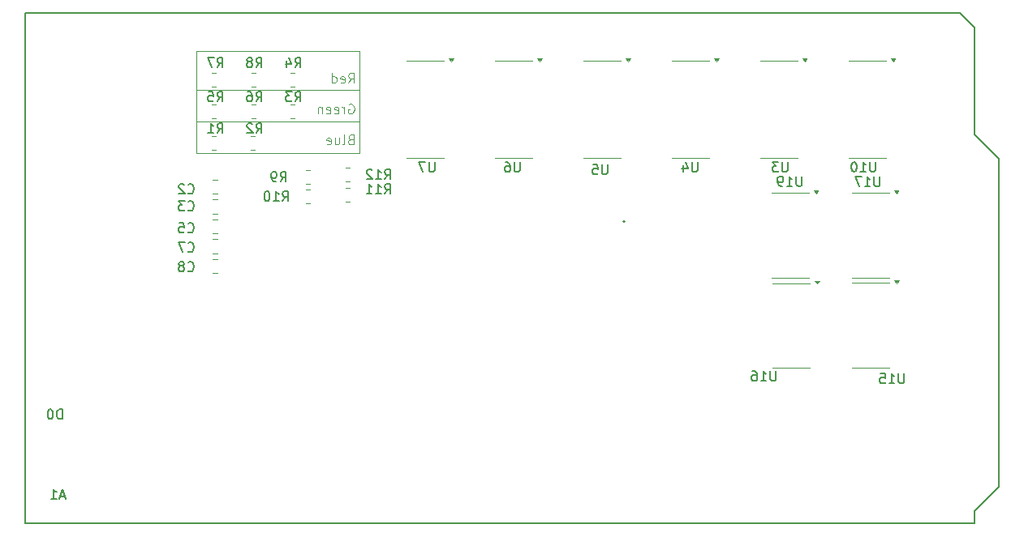
<source format=gbr>
%TF.GenerationSoftware,KiCad,Pcbnew,8.0.4+dfsg-1*%
%TF.CreationDate,2024-12-19T01:54:21-05:00*%
%TF.ProjectId,VGA_SRAM_Shield,5647415f-5352-4414-9d5f-536869656c64,rev?*%
%TF.SameCoordinates,Original*%
%TF.FileFunction,Legend,Bot*%
%TF.FilePolarity,Positive*%
%FSLAX46Y46*%
G04 Gerber Fmt 4.6, Leading zero omitted, Abs format (unit mm)*
G04 Created by KiCad (PCBNEW 8.0.4+dfsg-1) date 2024-12-19 01:54:21*
%MOMM*%
%LPD*%
G01*
G04 APERTURE LIST*
%ADD10C,0.100000*%
%ADD11C,0.150000*%
%ADD12C,0.120000*%
G04 APERTURE END LIST*
D10*
X45466000Y-142494000D02*
X62484000Y-142494000D01*
X62484000Y-145796000D01*
X45466000Y-145796000D01*
X45466000Y-142494000D01*
X45466000Y-135128000D02*
X62484000Y-135128000D01*
X62484000Y-139192000D01*
X45466000Y-139192000D01*
X45466000Y-135128000D01*
X45466000Y-139192000D02*
X62484000Y-139192000D01*
X62484000Y-142494000D01*
X45466000Y-142494000D01*
X45466000Y-139192000D01*
X61354687Y-138466643D02*
X61688020Y-137990452D01*
X61926115Y-138466643D02*
X61926115Y-137466643D01*
X61926115Y-137466643D02*
X61545163Y-137466643D01*
X61545163Y-137466643D02*
X61449925Y-137514262D01*
X61449925Y-137514262D02*
X61402306Y-137561881D01*
X61402306Y-137561881D02*
X61354687Y-137657119D01*
X61354687Y-137657119D02*
X61354687Y-137799976D01*
X61354687Y-137799976D02*
X61402306Y-137895214D01*
X61402306Y-137895214D02*
X61449925Y-137942833D01*
X61449925Y-137942833D02*
X61545163Y-137990452D01*
X61545163Y-137990452D02*
X61926115Y-137990452D01*
X60545163Y-138419024D02*
X60640401Y-138466643D01*
X60640401Y-138466643D02*
X60830877Y-138466643D01*
X60830877Y-138466643D02*
X60926115Y-138419024D01*
X60926115Y-138419024D02*
X60973734Y-138323785D01*
X60973734Y-138323785D02*
X60973734Y-137942833D01*
X60973734Y-137942833D02*
X60926115Y-137847595D01*
X60926115Y-137847595D02*
X60830877Y-137799976D01*
X60830877Y-137799976D02*
X60640401Y-137799976D01*
X60640401Y-137799976D02*
X60545163Y-137847595D01*
X60545163Y-137847595D02*
X60497544Y-137942833D01*
X60497544Y-137942833D02*
X60497544Y-138038071D01*
X60497544Y-138038071D02*
X60973734Y-138133309D01*
X59640401Y-138466643D02*
X59640401Y-137466643D01*
X59640401Y-138419024D02*
X59735639Y-138466643D01*
X59735639Y-138466643D02*
X59926115Y-138466643D01*
X59926115Y-138466643D02*
X60021353Y-138419024D01*
X60021353Y-138419024D02*
X60068972Y-138371404D01*
X60068972Y-138371404D02*
X60116591Y-138276166D01*
X60116591Y-138276166D02*
X60116591Y-137990452D01*
X60116591Y-137990452D02*
X60068972Y-137895214D01*
X60068972Y-137895214D02*
X60021353Y-137847595D01*
X60021353Y-137847595D02*
X59926115Y-137799976D01*
X59926115Y-137799976D02*
X59735639Y-137799976D01*
X59735639Y-137799976D02*
X59640401Y-137847595D01*
X61402306Y-140734150D02*
X61497544Y-140686531D01*
X61497544Y-140686531D02*
X61640401Y-140686531D01*
X61640401Y-140686531D02*
X61783258Y-140734150D01*
X61783258Y-140734150D02*
X61878496Y-140829388D01*
X61878496Y-140829388D02*
X61926115Y-140924626D01*
X61926115Y-140924626D02*
X61973734Y-141115102D01*
X61973734Y-141115102D02*
X61973734Y-141257959D01*
X61973734Y-141257959D02*
X61926115Y-141448435D01*
X61926115Y-141448435D02*
X61878496Y-141543673D01*
X61878496Y-141543673D02*
X61783258Y-141638912D01*
X61783258Y-141638912D02*
X61640401Y-141686531D01*
X61640401Y-141686531D02*
X61545163Y-141686531D01*
X61545163Y-141686531D02*
X61402306Y-141638912D01*
X61402306Y-141638912D02*
X61354687Y-141591292D01*
X61354687Y-141591292D02*
X61354687Y-141257959D01*
X61354687Y-141257959D02*
X61545163Y-141257959D01*
X60926115Y-141686531D02*
X60926115Y-141019864D01*
X60926115Y-141210340D02*
X60878496Y-141115102D01*
X60878496Y-141115102D02*
X60830877Y-141067483D01*
X60830877Y-141067483D02*
X60735639Y-141019864D01*
X60735639Y-141019864D02*
X60640401Y-141019864D01*
X59926115Y-141638912D02*
X60021353Y-141686531D01*
X60021353Y-141686531D02*
X60211829Y-141686531D01*
X60211829Y-141686531D02*
X60307067Y-141638912D01*
X60307067Y-141638912D02*
X60354686Y-141543673D01*
X60354686Y-141543673D02*
X60354686Y-141162721D01*
X60354686Y-141162721D02*
X60307067Y-141067483D01*
X60307067Y-141067483D02*
X60211829Y-141019864D01*
X60211829Y-141019864D02*
X60021353Y-141019864D01*
X60021353Y-141019864D02*
X59926115Y-141067483D01*
X59926115Y-141067483D02*
X59878496Y-141162721D01*
X59878496Y-141162721D02*
X59878496Y-141257959D01*
X59878496Y-141257959D02*
X60354686Y-141353197D01*
X59068972Y-141638912D02*
X59164210Y-141686531D01*
X59164210Y-141686531D02*
X59354686Y-141686531D01*
X59354686Y-141686531D02*
X59449924Y-141638912D01*
X59449924Y-141638912D02*
X59497543Y-141543673D01*
X59497543Y-141543673D02*
X59497543Y-141162721D01*
X59497543Y-141162721D02*
X59449924Y-141067483D01*
X59449924Y-141067483D02*
X59354686Y-141019864D01*
X59354686Y-141019864D02*
X59164210Y-141019864D01*
X59164210Y-141019864D02*
X59068972Y-141067483D01*
X59068972Y-141067483D02*
X59021353Y-141162721D01*
X59021353Y-141162721D02*
X59021353Y-141257959D01*
X59021353Y-141257959D02*
X59497543Y-141353197D01*
X58592781Y-141019864D02*
X58592781Y-141686531D01*
X58592781Y-141115102D02*
X58545162Y-141067483D01*
X58545162Y-141067483D02*
X58449924Y-141019864D01*
X58449924Y-141019864D02*
X58307067Y-141019864D01*
X58307067Y-141019864D02*
X58211829Y-141067483D01*
X58211829Y-141067483D02*
X58164210Y-141162721D01*
X58164210Y-141162721D02*
X58164210Y-141686531D01*
X61592782Y-144382609D02*
X61449925Y-144430228D01*
X61449925Y-144430228D02*
X61402306Y-144477847D01*
X61402306Y-144477847D02*
X61354687Y-144573085D01*
X61354687Y-144573085D02*
X61354687Y-144715942D01*
X61354687Y-144715942D02*
X61402306Y-144811180D01*
X61402306Y-144811180D02*
X61449925Y-144858800D01*
X61449925Y-144858800D02*
X61545163Y-144906419D01*
X61545163Y-144906419D02*
X61926115Y-144906419D01*
X61926115Y-144906419D02*
X61926115Y-143906419D01*
X61926115Y-143906419D02*
X61592782Y-143906419D01*
X61592782Y-143906419D02*
X61497544Y-143954038D01*
X61497544Y-143954038D02*
X61449925Y-144001657D01*
X61449925Y-144001657D02*
X61402306Y-144096895D01*
X61402306Y-144096895D02*
X61402306Y-144192133D01*
X61402306Y-144192133D02*
X61449925Y-144287371D01*
X61449925Y-144287371D02*
X61497544Y-144334990D01*
X61497544Y-144334990D02*
X61592782Y-144382609D01*
X61592782Y-144382609D02*
X61926115Y-144382609D01*
X60783258Y-144906419D02*
X60878496Y-144858800D01*
X60878496Y-144858800D02*
X60926115Y-144763561D01*
X60926115Y-144763561D02*
X60926115Y-143906419D01*
X59973734Y-144239752D02*
X59973734Y-144906419D01*
X60402305Y-144239752D02*
X60402305Y-144763561D01*
X60402305Y-144763561D02*
X60354686Y-144858800D01*
X60354686Y-144858800D02*
X60259448Y-144906419D01*
X60259448Y-144906419D02*
X60116591Y-144906419D01*
X60116591Y-144906419D02*
X60021353Y-144858800D01*
X60021353Y-144858800D02*
X59973734Y-144811180D01*
X59116591Y-144858800D02*
X59211829Y-144906419D01*
X59211829Y-144906419D02*
X59402305Y-144906419D01*
X59402305Y-144906419D02*
X59497543Y-144858800D01*
X59497543Y-144858800D02*
X59545162Y-144763561D01*
X59545162Y-144763561D02*
X59545162Y-144382609D01*
X59545162Y-144382609D02*
X59497543Y-144287371D01*
X59497543Y-144287371D02*
X59402305Y-144239752D01*
X59402305Y-144239752D02*
X59211829Y-144239752D01*
X59211829Y-144239752D02*
X59116591Y-144287371D01*
X59116591Y-144287371D02*
X59068972Y-144382609D01*
X59068972Y-144382609D02*
X59068972Y-144477847D01*
X59068972Y-144477847D02*
X59545162Y-144573085D01*
D11*
X31764285Y-181669104D02*
X31288095Y-181669104D01*
X31859523Y-181954819D02*
X31526190Y-180954819D01*
X31526190Y-180954819D02*
X31192857Y-181954819D01*
X30335714Y-181954819D02*
X30907142Y-181954819D01*
X30621428Y-181954819D02*
X30621428Y-180954819D01*
X30621428Y-180954819D02*
X30716666Y-181097676D01*
X30716666Y-181097676D02*
X30811904Y-181192914D01*
X30811904Y-181192914D02*
X30907142Y-181240533D01*
X90119200Y-152886580D02*
X90166819Y-152934200D01*
X90166819Y-152934200D02*
X90119200Y-152981819D01*
X90119200Y-152981819D02*
X90071581Y-152934200D01*
X90071581Y-152934200D02*
X90119200Y-152886580D01*
X90119200Y-152886580D02*
X90119200Y-152981819D01*
X31497494Y-173606619D02*
X31497494Y-172606619D01*
X31497494Y-172606619D02*
X31259399Y-172606619D01*
X31259399Y-172606619D02*
X31116542Y-172654238D01*
X31116542Y-172654238D02*
X31021304Y-172749476D01*
X31021304Y-172749476D02*
X30973685Y-172844714D01*
X30973685Y-172844714D02*
X30926066Y-173035190D01*
X30926066Y-173035190D02*
X30926066Y-173178047D01*
X30926066Y-173178047D02*
X30973685Y-173368523D01*
X30973685Y-173368523D02*
X31021304Y-173463761D01*
X31021304Y-173463761D02*
X31116542Y-173559000D01*
X31116542Y-173559000D02*
X31259399Y-173606619D01*
X31259399Y-173606619D02*
X31497494Y-173606619D01*
X30307018Y-172606619D02*
X30211780Y-172606619D01*
X30211780Y-172606619D02*
X30116542Y-172654238D01*
X30116542Y-172654238D02*
X30068923Y-172701857D01*
X30068923Y-172701857D02*
X30021304Y-172797095D01*
X30021304Y-172797095D02*
X29973685Y-172987571D01*
X29973685Y-172987571D02*
X29973685Y-173225666D01*
X29973685Y-173225666D02*
X30021304Y-173416142D01*
X30021304Y-173416142D02*
X30068923Y-173511380D01*
X30068923Y-173511380D02*
X30116542Y-173559000D01*
X30116542Y-173559000D02*
X30211780Y-173606619D01*
X30211780Y-173606619D02*
X30307018Y-173606619D01*
X30307018Y-173606619D02*
X30402256Y-173559000D01*
X30402256Y-173559000D02*
X30449875Y-173511380D01*
X30449875Y-173511380D02*
X30497494Y-173416142D01*
X30497494Y-173416142D02*
X30545113Y-173225666D01*
X30545113Y-173225666D02*
X30545113Y-172987571D01*
X30545113Y-172987571D02*
X30497494Y-172797095D01*
X30497494Y-172797095D02*
X30449875Y-172701857D01*
X30449875Y-172701857D02*
X30402256Y-172654238D01*
X30402256Y-172654238D02*
X30307018Y-172606619D01*
X116363494Y-146749419D02*
X116363494Y-147558942D01*
X116363494Y-147558942D02*
X116315875Y-147654180D01*
X116315875Y-147654180D02*
X116268256Y-147701800D01*
X116268256Y-147701800D02*
X116173018Y-147749419D01*
X116173018Y-147749419D02*
X115982542Y-147749419D01*
X115982542Y-147749419D02*
X115887304Y-147701800D01*
X115887304Y-147701800D02*
X115839685Y-147654180D01*
X115839685Y-147654180D02*
X115792066Y-147558942D01*
X115792066Y-147558942D02*
X115792066Y-146749419D01*
X114792066Y-147749419D02*
X115363494Y-147749419D01*
X115077780Y-147749419D02*
X115077780Y-146749419D01*
X115077780Y-146749419D02*
X115173018Y-146892276D01*
X115173018Y-146892276D02*
X115268256Y-146987514D01*
X115268256Y-146987514D02*
X115363494Y-147035133D01*
X114173018Y-146749419D02*
X114077780Y-146749419D01*
X114077780Y-146749419D02*
X113982542Y-146797038D01*
X113982542Y-146797038D02*
X113934923Y-146844657D01*
X113934923Y-146844657D02*
X113887304Y-146939895D01*
X113887304Y-146939895D02*
X113839685Y-147130371D01*
X113839685Y-147130371D02*
X113839685Y-147368466D01*
X113839685Y-147368466D02*
X113887304Y-147558942D01*
X113887304Y-147558942D02*
X113934923Y-147654180D01*
X113934923Y-147654180D02*
X113982542Y-147701800D01*
X113982542Y-147701800D02*
X114077780Y-147749419D01*
X114077780Y-147749419D02*
X114173018Y-147749419D01*
X114173018Y-147749419D02*
X114268256Y-147701800D01*
X114268256Y-147701800D02*
X114315875Y-147654180D01*
X114315875Y-147654180D02*
X114363494Y-147558942D01*
X114363494Y-147558942D02*
X114411113Y-147368466D01*
X114411113Y-147368466D02*
X114411113Y-147130371D01*
X114411113Y-147130371D02*
X114363494Y-146939895D01*
X114363494Y-146939895D02*
X114315875Y-146844657D01*
X114315875Y-146844657D02*
X114268256Y-146797038D01*
X114268256Y-146797038D02*
X114173018Y-146749419D01*
X44616666Y-158093580D02*
X44664285Y-158141200D01*
X44664285Y-158141200D02*
X44807142Y-158188819D01*
X44807142Y-158188819D02*
X44902380Y-158188819D01*
X44902380Y-158188819D02*
X45045237Y-158141200D01*
X45045237Y-158141200D02*
X45140475Y-158045961D01*
X45140475Y-158045961D02*
X45188094Y-157950723D01*
X45188094Y-157950723D02*
X45235713Y-157760247D01*
X45235713Y-157760247D02*
X45235713Y-157617390D01*
X45235713Y-157617390D02*
X45188094Y-157426914D01*
X45188094Y-157426914D02*
X45140475Y-157331676D01*
X45140475Y-157331676D02*
X45045237Y-157236438D01*
X45045237Y-157236438D02*
X44902380Y-157188819D01*
X44902380Y-157188819D02*
X44807142Y-157188819D01*
X44807142Y-157188819D02*
X44664285Y-157236438D01*
X44664285Y-157236438D02*
X44616666Y-157284057D01*
X44045237Y-157617390D02*
X44140475Y-157569771D01*
X44140475Y-157569771D02*
X44188094Y-157522152D01*
X44188094Y-157522152D02*
X44235713Y-157426914D01*
X44235713Y-157426914D02*
X44235713Y-157379295D01*
X44235713Y-157379295D02*
X44188094Y-157284057D01*
X44188094Y-157284057D02*
X44140475Y-157236438D01*
X44140475Y-157236438D02*
X44045237Y-157188819D01*
X44045237Y-157188819D02*
X43854761Y-157188819D01*
X43854761Y-157188819D02*
X43759523Y-157236438D01*
X43759523Y-157236438D02*
X43711904Y-157284057D01*
X43711904Y-157284057D02*
X43664285Y-157379295D01*
X43664285Y-157379295D02*
X43664285Y-157426914D01*
X43664285Y-157426914D02*
X43711904Y-157522152D01*
X43711904Y-157522152D02*
X43759523Y-157569771D01*
X43759523Y-157569771D02*
X43854761Y-157617390D01*
X43854761Y-157617390D02*
X44045237Y-157617390D01*
X44045237Y-157617390D02*
X44140475Y-157665009D01*
X44140475Y-157665009D02*
X44188094Y-157712628D01*
X44188094Y-157712628D02*
X44235713Y-157807866D01*
X44235713Y-157807866D02*
X44235713Y-157998342D01*
X44235713Y-157998342D02*
X44188094Y-158093580D01*
X44188094Y-158093580D02*
X44140475Y-158141200D01*
X44140475Y-158141200D02*
X44045237Y-158188819D01*
X44045237Y-158188819D02*
X43854761Y-158188819D01*
X43854761Y-158188819D02*
X43759523Y-158141200D01*
X43759523Y-158141200D02*
X43711904Y-158093580D01*
X43711904Y-158093580D02*
X43664285Y-157998342D01*
X43664285Y-157998342D02*
X43664285Y-157807866D01*
X43664285Y-157807866D02*
X43711904Y-157712628D01*
X43711904Y-157712628D02*
X43759523Y-157665009D01*
X43759523Y-157665009D02*
X43854761Y-157617390D01*
X97789904Y-146774819D02*
X97789904Y-147584342D01*
X97789904Y-147584342D02*
X97742285Y-147679580D01*
X97742285Y-147679580D02*
X97694666Y-147727200D01*
X97694666Y-147727200D02*
X97599428Y-147774819D01*
X97599428Y-147774819D02*
X97408952Y-147774819D01*
X97408952Y-147774819D02*
X97313714Y-147727200D01*
X97313714Y-147727200D02*
X97266095Y-147679580D01*
X97266095Y-147679580D02*
X97218476Y-147584342D01*
X97218476Y-147584342D02*
X97218476Y-146774819D01*
X96313714Y-147108152D02*
X96313714Y-147774819D01*
X96551809Y-146727200D02*
X96789904Y-147441485D01*
X96789904Y-147441485D02*
X96170857Y-147441485D01*
X47664666Y-143710819D02*
X47997999Y-143234628D01*
X48236094Y-143710819D02*
X48236094Y-142710819D01*
X48236094Y-142710819D02*
X47855142Y-142710819D01*
X47855142Y-142710819D02*
X47759904Y-142758438D01*
X47759904Y-142758438D02*
X47712285Y-142806057D01*
X47712285Y-142806057D02*
X47664666Y-142901295D01*
X47664666Y-142901295D02*
X47664666Y-143044152D01*
X47664666Y-143044152D02*
X47712285Y-143139390D01*
X47712285Y-143139390D02*
X47759904Y-143187009D01*
X47759904Y-143187009D02*
X47855142Y-143234628D01*
X47855142Y-143234628D02*
X48236094Y-143234628D01*
X46712285Y-143710819D02*
X47283713Y-143710819D01*
X46997999Y-143710819D02*
X46997999Y-142710819D01*
X46997999Y-142710819D02*
X47093237Y-142853676D01*
X47093237Y-142853676D02*
X47188475Y-142948914D01*
X47188475Y-142948914D02*
X47283713Y-142996533D01*
X44616666Y-156061580D02*
X44664285Y-156109200D01*
X44664285Y-156109200D02*
X44807142Y-156156819D01*
X44807142Y-156156819D02*
X44902380Y-156156819D01*
X44902380Y-156156819D02*
X45045237Y-156109200D01*
X45045237Y-156109200D02*
X45140475Y-156013961D01*
X45140475Y-156013961D02*
X45188094Y-155918723D01*
X45188094Y-155918723D02*
X45235713Y-155728247D01*
X45235713Y-155728247D02*
X45235713Y-155585390D01*
X45235713Y-155585390D02*
X45188094Y-155394914D01*
X45188094Y-155394914D02*
X45140475Y-155299676D01*
X45140475Y-155299676D02*
X45045237Y-155204438D01*
X45045237Y-155204438D02*
X44902380Y-155156819D01*
X44902380Y-155156819D02*
X44807142Y-155156819D01*
X44807142Y-155156819D02*
X44664285Y-155204438D01*
X44664285Y-155204438D02*
X44616666Y-155252057D01*
X44283332Y-155156819D02*
X43616666Y-155156819D01*
X43616666Y-155156819D02*
X44045237Y-156156819D01*
X51728666Y-136852819D02*
X52061999Y-136376628D01*
X52300094Y-136852819D02*
X52300094Y-135852819D01*
X52300094Y-135852819D02*
X51919142Y-135852819D01*
X51919142Y-135852819D02*
X51823904Y-135900438D01*
X51823904Y-135900438D02*
X51776285Y-135948057D01*
X51776285Y-135948057D02*
X51728666Y-136043295D01*
X51728666Y-136043295D02*
X51728666Y-136186152D01*
X51728666Y-136186152D02*
X51776285Y-136281390D01*
X51776285Y-136281390D02*
X51823904Y-136329009D01*
X51823904Y-136329009D02*
X51919142Y-136376628D01*
X51919142Y-136376628D02*
X52300094Y-136376628D01*
X51157237Y-136281390D02*
X51252475Y-136233771D01*
X51252475Y-136233771D02*
X51300094Y-136186152D01*
X51300094Y-136186152D02*
X51347713Y-136090914D01*
X51347713Y-136090914D02*
X51347713Y-136043295D01*
X51347713Y-136043295D02*
X51300094Y-135948057D01*
X51300094Y-135948057D02*
X51252475Y-135900438D01*
X51252475Y-135900438D02*
X51157237Y-135852819D01*
X51157237Y-135852819D02*
X50966761Y-135852819D01*
X50966761Y-135852819D02*
X50871523Y-135900438D01*
X50871523Y-135900438D02*
X50823904Y-135948057D01*
X50823904Y-135948057D02*
X50776285Y-136043295D01*
X50776285Y-136043295D02*
X50776285Y-136090914D01*
X50776285Y-136090914D02*
X50823904Y-136186152D01*
X50823904Y-136186152D02*
X50871523Y-136233771D01*
X50871523Y-136233771D02*
X50966761Y-136281390D01*
X50966761Y-136281390D02*
X51157237Y-136281390D01*
X51157237Y-136281390D02*
X51252475Y-136329009D01*
X51252475Y-136329009D02*
X51300094Y-136376628D01*
X51300094Y-136376628D02*
X51347713Y-136471866D01*
X51347713Y-136471866D02*
X51347713Y-136662342D01*
X51347713Y-136662342D02*
X51300094Y-136757580D01*
X51300094Y-136757580D02*
X51252475Y-136805200D01*
X51252475Y-136805200D02*
X51157237Y-136852819D01*
X51157237Y-136852819D02*
X50966761Y-136852819D01*
X50966761Y-136852819D02*
X50871523Y-136805200D01*
X50871523Y-136805200D02*
X50823904Y-136757580D01*
X50823904Y-136757580D02*
X50776285Y-136662342D01*
X50776285Y-136662342D02*
X50776285Y-136471866D01*
X50776285Y-136471866D02*
X50823904Y-136376628D01*
X50823904Y-136376628D02*
X50871523Y-136329009D01*
X50871523Y-136329009D02*
X50966761Y-136281390D01*
X108686694Y-148254819D02*
X108686694Y-149064342D01*
X108686694Y-149064342D02*
X108639075Y-149159580D01*
X108639075Y-149159580D02*
X108591456Y-149207200D01*
X108591456Y-149207200D02*
X108496218Y-149254819D01*
X108496218Y-149254819D02*
X108305742Y-149254819D01*
X108305742Y-149254819D02*
X108210504Y-149207200D01*
X108210504Y-149207200D02*
X108162885Y-149159580D01*
X108162885Y-149159580D02*
X108115266Y-149064342D01*
X108115266Y-149064342D02*
X108115266Y-148254819D01*
X107115266Y-149254819D02*
X107686694Y-149254819D01*
X107400980Y-149254819D02*
X107400980Y-148254819D01*
X107400980Y-148254819D02*
X107496218Y-148397676D01*
X107496218Y-148397676D02*
X107591456Y-148492914D01*
X107591456Y-148492914D02*
X107686694Y-148540533D01*
X106639075Y-149254819D02*
X106448599Y-149254819D01*
X106448599Y-149254819D02*
X106353361Y-149207200D01*
X106353361Y-149207200D02*
X106305742Y-149159580D01*
X106305742Y-149159580D02*
X106210504Y-149016723D01*
X106210504Y-149016723D02*
X106162885Y-148826247D01*
X106162885Y-148826247D02*
X106162885Y-148445295D01*
X106162885Y-148445295D02*
X106210504Y-148350057D01*
X106210504Y-148350057D02*
X106258123Y-148302438D01*
X106258123Y-148302438D02*
X106353361Y-148254819D01*
X106353361Y-148254819D02*
X106543837Y-148254819D01*
X106543837Y-148254819D02*
X106639075Y-148302438D01*
X106639075Y-148302438D02*
X106686694Y-148350057D01*
X106686694Y-148350057D02*
X106734313Y-148445295D01*
X106734313Y-148445295D02*
X106734313Y-148683390D01*
X106734313Y-148683390D02*
X106686694Y-148778628D01*
X106686694Y-148778628D02*
X106639075Y-148826247D01*
X106639075Y-148826247D02*
X106543837Y-148873866D01*
X106543837Y-148873866D02*
X106353361Y-148873866D01*
X106353361Y-148873866D02*
X106258123Y-148826247D01*
X106258123Y-148826247D02*
X106210504Y-148778628D01*
X106210504Y-148778628D02*
X106162885Y-148683390D01*
X88391904Y-147028819D02*
X88391904Y-147838342D01*
X88391904Y-147838342D02*
X88344285Y-147933580D01*
X88344285Y-147933580D02*
X88296666Y-147981200D01*
X88296666Y-147981200D02*
X88201428Y-148028819D01*
X88201428Y-148028819D02*
X88010952Y-148028819D01*
X88010952Y-148028819D02*
X87915714Y-147981200D01*
X87915714Y-147981200D02*
X87868095Y-147933580D01*
X87868095Y-147933580D02*
X87820476Y-147838342D01*
X87820476Y-147838342D02*
X87820476Y-147028819D01*
X86868095Y-147028819D02*
X87344285Y-147028819D01*
X87344285Y-147028819D02*
X87391904Y-147505009D01*
X87391904Y-147505009D02*
X87344285Y-147457390D01*
X87344285Y-147457390D02*
X87249047Y-147409771D01*
X87249047Y-147409771D02*
X87010952Y-147409771D01*
X87010952Y-147409771D02*
X86915714Y-147457390D01*
X86915714Y-147457390D02*
X86868095Y-147505009D01*
X86868095Y-147505009D02*
X86820476Y-147600247D01*
X86820476Y-147600247D02*
X86820476Y-147838342D01*
X86820476Y-147838342D02*
X86868095Y-147933580D01*
X86868095Y-147933580D02*
X86915714Y-147981200D01*
X86915714Y-147981200D02*
X87010952Y-148028819D01*
X87010952Y-148028819D02*
X87249047Y-148028819D01*
X87249047Y-148028819D02*
X87344285Y-147981200D01*
X87344285Y-147981200D02*
X87391904Y-147933580D01*
X55792666Y-136852819D02*
X56125999Y-136376628D01*
X56364094Y-136852819D02*
X56364094Y-135852819D01*
X56364094Y-135852819D02*
X55983142Y-135852819D01*
X55983142Y-135852819D02*
X55887904Y-135900438D01*
X55887904Y-135900438D02*
X55840285Y-135948057D01*
X55840285Y-135948057D02*
X55792666Y-136043295D01*
X55792666Y-136043295D02*
X55792666Y-136186152D01*
X55792666Y-136186152D02*
X55840285Y-136281390D01*
X55840285Y-136281390D02*
X55887904Y-136329009D01*
X55887904Y-136329009D02*
X55983142Y-136376628D01*
X55983142Y-136376628D02*
X56364094Y-136376628D01*
X54935523Y-136186152D02*
X54935523Y-136852819D01*
X55173618Y-135805200D02*
X55411713Y-136519485D01*
X55411713Y-136519485D02*
X54792666Y-136519485D01*
X105968894Y-168618819D02*
X105968894Y-169428342D01*
X105968894Y-169428342D02*
X105921275Y-169523580D01*
X105921275Y-169523580D02*
X105873656Y-169571200D01*
X105873656Y-169571200D02*
X105778418Y-169618819D01*
X105778418Y-169618819D02*
X105587942Y-169618819D01*
X105587942Y-169618819D02*
X105492704Y-169571200D01*
X105492704Y-169571200D02*
X105445085Y-169523580D01*
X105445085Y-169523580D02*
X105397466Y-169428342D01*
X105397466Y-169428342D02*
X105397466Y-168618819D01*
X104397466Y-169618819D02*
X104968894Y-169618819D01*
X104683180Y-169618819D02*
X104683180Y-168618819D01*
X104683180Y-168618819D02*
X104778418Y-168761676D01*
X104778418Y-168761676D02*
X104873656Y-168856914D01*
X104873656Y-168856914D02*
X104968894Y-168904533D01*
X103540323Y-168618819D02*
X103730799Y-168618819D01*
X103730799Y-168618819D02*
X103826037Y-168666438D01*
X103826037Y-168666438D02*
X103873656Y-168714057D01*
X103873656Y-168714057D02*
X103968894Y-168856914D01*
X103968894Y-168856914D02*
X104016513Y-169047390D01*
X104016513Y-169047390D02*
X104016513Y-169428342D01*
X104016513Y-169428342D02*
X103968894Y-169523580D01*
X103968894Y-169523580D02*
X103921275Y-169571200D01*
X103921275Y-169571200D02*
X103826037Y-169618819D01*
X103826037Y-169618819D02*
X103635561Y-169618819D01*
X103635561Y-169618819D02*
X103540323Y-169571200D01*
X103540323Y-169571200D02*
X103492704Y-169523580D01*
X103492704Y-169523580D02*
X103445085Y-169428342D01*
X103445085Y-169428342D02*
X103445085Y-169190247D01*
X103445085Y-169190247D02*
X103492704Y-169095009D01*
X103492704Y-169095009D02*
X103540323Y-169047390D01*
X103540323Y-169047390D02*
X103635561Y-168999771D01*
X103635561Y-168999771D02*
X103826037Y-168999771D01*
X103826037Y-168999771D02*
X103921275Y-169047390D01*
X103921275Y-169047390D02*
X103968894Y-169095009D01*
X103968894Y-169095009D02*
X104016513Y-169190247D01*
X54268666Y-148790819D02*
X54601999Y-148314628D01*
X54840094Y-148790819D02*
X54840094Y-147790819D01*
X54840094Y-147790819D02*
X54459142Y-147790819D01*
X54459142Y-147790819D02*
X54363904Y-147838438D01*
X54363904Y-147838438D02*
X54316285Y-147886057D01*
X54316285Y-147886057D02*
X54268666Y-147981295D01*
X54268666Y-147981295D02*
X54268666Y-148124152D01*
X54268666Y-148124152D02*
X54316285Y-148219390D01*
X54316285Y-148219390D02*
X54363904Y-148267009D01*
X54363904Y-148267009D02*
X54459142Y-148314628D01*
X54459142Y-148314628D02*
X54840094Y-148314628D01*
X53792475Y-148790819D02*
X53601999Y-148790819D01*
X53601999Y-148790819D02*
X53506761Y-148743200D01*
X53506761Y-148743200D02*
X53459142Y-148695580D01*
X53459142Y-148695580D02*
X53363904Y-148552723D01*
X53363904Y-148552723D02*
X53316285Y-148362247D01*
X53316285Y-148362247D02*
X53316285Y-147981295D01*
X53316285Y-147981295D02*
X53363904Y-147886057D01*
X53363904Y-147886057D02*
X53411523Y-147838438D01*
X53411523Y-147838438D02*
X53506761Y-147790819D01*
X53506761Y-147790819D02*
X53697237Y-147790819D01*
X53697237Y-147790819D02*
X53792475Y-147838438D01*
X53792475Y-147838438D02*
X53840094Y-147886057D01*
X53840094Y-147886057D02*
X53887713Y-147981295D01*
X53887713Y-147981295D02*
X53887713Y-148219390D01*
X53887713Y-148219390D02*
X53840094Y-148314628D01*
X53840094Y-148314628D02*
X53792475Y-148362247D01*
X53792475Y-148362247D02*
X53697237Y-148409866D01*
X53697237Y-148409866D02*
X53506761Y-148409866D01*
X53506761Y-148409866D02*
X53411523Y-148362247D01*
X53411523Y-148362247D02*
X53363904Y-148314628D01*
X53363904Y-148314628D02*
X53316285Y-148219390D01*
X51728666Y-143710819D02*
X52061999Y-143234628D01*
X52300094Y-143710819D02*
X52300094Y-142710819D01*
X52300094Y-142710819D02*
X51919142Y-142710819D01*
X51919142Y-142710819D02*
X51823904Y-142758438D01*
X51823904Y-142758438D02*
X51776285Y-142806057D01*
X51776285Y-142806057D02*
X51728666Y-142901295D01*
X51728666Y-142901295D02*
X51728666Y-143044152D01*
X51728666Y-143044152D02*
X51776285Y-143139390D01*
X51776285Y-143139390D02*
X51823904Y-143187009D01*
X51823904Y-143187009D02*
X51919142Y-143234628D01*
X51919142Y-143234628D02*
X52300094Y-143234628D01*
X51347713Y-142806057D02*
X51300094Y-142758438D01*
X51300094Y-142758438D02*
X51204856Y-142710819D01*
X51204856Y-142710819D02*
X50966761Y-142710819D01*
X50966761Y-142710819D02*
X50871523Y-142758438D01*
X50871523Y-142758438D02*
X50823904Y-142806057D01*
X50823904Y-142806057D02*
X50776285Y-142901295D01*
X50776285Y-142901295D02*
X50776285Y-142996533D01*
X50776285Y-142996533D02*
X50823904Y-143139390D01*
X50823904Y-143139390D02*
X51395332Y-143710819D01*
X51395332Y-143710819D02*
X50776285Y-143710819D01*
X107187904Y-146774819D02*
X107187904Y-147584342D01*
X107187904Y-147584342D02*
X107140285Y-147679580D01*
X107140285Y-147679580D02*
X107092666Y-147727200D01*
X107092666Y-147727200D02*
X106997428Y-147774819D01*
X106997428Y-147774819D02*
X106806952Y-147774819D01*
X106806952Y-147774819D02*
X106711714Y-147727200D01*
X106711714Y-147727200D02*
X106664095Y-147679580D01*
X106664095Y-147679580D02*
X106616476Y-147584342D01*
X106616476Y-147584342D02*
X106616476Y-146774819D01*
X106235523Y-146774819D02*
X105616476Y-146774819D01*
X105616476Y-146774819D02*
X105949809Y-147155771D01*
X105949809Y-147155771D02*
X105806952Y-147155771D01*
X105806952Y-147155771D02*
X105711714Y-147203390D01*
X105711714Y-147203390D02*
X105664095Y-147251009D01*
X105664095Y-147251009D02*
X105616476Y-147346247D01*
X105616476Y-147346247D02*
X105616476Y-147584342D01*
X105616476Y-147584342D02*
X105664095Y-147679580D01*
X105664095Y-147679580D02*
X105711714Y-147727200D01*
X105711714Y-147727200D02*
X105806952Y-147774819D01*
X105806952Y-147774819D02*
X106092666Y-147774819D01*
X106092666Y-147774819D02*
X106187904Y-147727200D01*
X106187904Y-147727200D02*
X106235523Y-147679580D01*
X44616666Y-154029580D02*
X44664285Y-154077200D01*
X44664285Y-154077200D02*
X44807142Y-154124819D01*
X44807142Y-154124819D02*
X44902380Y-154124819D01*
X44902380Y-154124819D02*
X45045237Y-154077200D01*
X45045237Y-154077200D02*
X45140475Y-153981961D01*
X45140475Y-153981961D02*
X45188094Y-153886723D01*
X45188094Y-153886723D02*
X45235713Y-153696247D01*
X45235713Y-153696247D02*
X45235713Y-153553390D01*
X45235713Y-153553390D02*
X45188094Y-153362914D01*
X45188094Y-153362914D02*
X45140475Y-153267676D01*
X45140475Y-153267676D02*
X45045237Y-153172438D01*
X45045237Y-153172438D02*
X44902380Y-153124819D01*
X44902380Y-153124819D02*
X44807142Y-153124819D01*
X44807142Y-153124819D02*
X44664285Y-153172438D01*
X44664285Y-153172438D02*
X44616666Y-153220057D01*
X43711904Y-153124819D02*
X44188094Y-153124819D01*
X44188094Y-153124819D02*
X44235713Y-153601009D01*
X44235713Y-153601009D02*
X44188094Y-153553390D01*
X44188094Y-153553390D02*
X44092856Y-153505771D01*
X44092856Y-153505771D02*
X43854761Y-153505771D01*
X43854761Y-153505771D02*
X43759523Y-153553390D01*
X43759523Y-153553390D02*
X43711904Y-153601009D01*
X43711904Y-153601009D02*
X43664285Y-153696247D01*
X43664285Y-153696247D02*
X43664285Y-153934342D01*
X43664285Y-153934342D02*
X43711904Y-154029580D01*
X43711904Y-154029580D02*
X43759523Y-154077200D01*
X43759523Y-154077200D02*
X43854761Y-154124819D01*
X43854761Y-154124819D02*
X44092856Y-154124819D01*
X44092856Y-154124819D02*
X44188094Y-154077200D01*
X44188094Y-154077200D02*
X44235713Y-154029580D01*
X119348094Y-168872819D02*
X119348094Y-169682342D01*
X119348094Y-169682342D02*
X119300475Y-169777580D01*
X119300475Y-169777580D02*
X119252856Y-169825200D01*
X119252856Y-169825200D02*
X119157618Y-169872819D01*
X119157618Y-169872819D02*
X118967142Y-169872819D01*
X118967142Y-169872819D02*
X118871904Y-169825200D01*
X118871904Y-169825200D02*
X118824285Y-169777580D01*
X118824285Y-169777580D02*
X118776666Y-169682342D01*
X118776666Y-169682342D02*
X118776666Y-168872819D01*
X117776666Y-169872819D02*
X118348094Y-169872819D01*
X118062380Y-169872819D02*
X118062380Y-168872819D01*
X118062380Y-168872819D02*
X118157618Y-169015676D01*
X118157618Y-169015676D02*
X118252856Y-169110914D01*
X118252856Y-169110914D02*
X118348094Y-169158533D01*
X116871904Y-168872819D02*
X117348094Y-168872819D01*
X117348094Y-168872819D02*
X117395713Y-169349009D01*
X117395713Y-169349009D02*
X117348094Y-169301390D01*
X117348094Y-169301390D02*
X117252856Y-169253771D01*
X117252856Y-169253771D02*
X117014761Y-169253771D01*
X117014761Y-169253771D02*
X116919523Y-169301390D01*
X116919523Y-169301390D02*
X116871904Y-169349009D01*
X116871904Y-169349009D02*
X116824285Y-169444247D01*
X116824285Y-169444247D02*
X116824285Y-169682342D01*
X116824285Y-169682342D02*
X116871904Y-169777580D01*
X116871904Y-169777580D02*
X116919523Y-169825200D01*
X116919523Y-169825200D02*
X117014761Y-169872819D01*
X117014761Y-169872819D02*
X117252856Y-169872819D01*
X117252856Y-169872819D02*
X117348094Y-169825200D01*
X117348094Y-169825200D02*
X117395713Y-169777580D01*
X79247904Y-146774819D02*
X79247904Y-147584342D01*
X79247904Y-147584342D02*
X79200285Y-147679580D01*
X79200285Y-147679580D02*
X79152666Y-147727200D01*
X79152666Y-147727200D02*
X79057428Y-147774819D01*
X79057428Y-147774819D02*
X78866952Y-147774819D01*
X78866952Y-147774819D02*
X78771714Y-147727200D01*
X78771714Y-147727200D02*
X78724095Y-147679580D01*
X78724095Y-147679580D02*
X78676476Y-147584342D01*
X78676476Y-147584342D02*
X78676476Y-146774819D01*
X77771714Y-146774819D02*
X77962190Y-146774819D01*
X77962190Y-146774819D02*
X78057428Y-146822438D01*
X78057428Y-146822438D02*
X78105047Y-146870057D01*
X78105047Y-146870057D02*
X78200285Y-147012914D01*
X78200285Y-147012914D02*
X78247904Y-147203390D01*
X78247904Y-147203390D02*
X78247904Y-147584342D01*
X78247904Y-147584342D02*
X78200285Y-147679580D01*
X78200285Y-147679580D02*
X78152666Y-147727200D01*
X78152666Y-147727200D02*
X78057428Y-147774819D01*
X78057428Y-147774819D02*
X77866952Y-147774819D01*
X77866952Y-147774819D02*
X77771714Y-147727200D01*
X77771714Y-147727200D02*
X77724095Y-147679580D01*
X77724095Y-147679580D02*
X77676476Y-147584342D01*
X77676476Y-147584342D02*
X77676476Y-147346247D01*
X77676476Y-147346247D02*
X77724095Y-147251009D01*
X77724095Y-147251009D02*
X77771714Y-147203390D01*
X77771714Y-147203390D02*
X77866952Y-147155771D01*
X77866952Y-147155771D02*
X78057428Y-147155771D01*
X78057428Y-147155771D02*
X78152666Y-147203390D01*
X78152666Y-147203390D02*
X78200285Y-147251009D01*
X78200285Y-147251009D02*
X78247904Y-147346247D01*
X47664666Y-140408819D02*
X47997999Y-139932628D01*
X48236094Y-140408819D02*
X48236094Y-139408819D01*
X48236094Y-139408819D02*
X47855142Y-139408819D01*
X47855142Y-139408819D02*
X47759904Y-139456438D01*
X47759904Y-139456438D02*
X47712285Y-139504057D01*
X47712285Y-139504057D02*
X47664666Y-139599295D01*
X47664666Y-139599295D02*
X47664666Y-139742152D01*
X47664666Y-139742152D02*
X47712285Y-139837390D01*
X47712285Y-139837390D02*
X47759904Y-139885009D01*
X47759904Y-139885009D02*
X47855142Y-139932628D01*
X47855142Y-139932628D02*
X48236094Y-139932628D01*
X46759904Y-139408819D02*
X47236094Y-139408819D01*
X47236094Y-139408819D02*
X47283713Y-139885009D01*
X47283713Y-139885009D02*
X47236094Y-139837390D01*
X47236094Y-139837390D02*
X47140856Y-139789771D01*
X47140856Y-139789771D02*
X46902761Y-139789771D01*
X46902761Y-139789771D02*
X46807523Y-139837390D01*
X46807523Y-139837390D02*
X46759904Y-139885009D01*
X46759904Y-139885009D02*
X46712285Y-139980247D01*
X46712285Y-139980247D02*
X46712285Y-140218342D01*
X46712285Y-140218342D02*
X46759904Y-140313580D01*
X46759904Y-140313580D02*
X46807523Y-140361200D01*
X46807523Y-140361200D02*
X46902761Y-140408819D01*
X46902761Y-140408819D02*
X47140856Y-140408819D01*
X47140856Y-140408819D02*
X47236094Y-140361200D01*
X47236094Y-140361200D02*
X47283713Y-140313580D01*
X54490857Y-150822819D02*
X54824190Y-150346628D01*
X55062285Y-150822819D02*
X55062285Y-149822819D01*
X55062285Y-149822819D02*
X54681333Y-149822819D01*
X54681333Y-149822819D02*
X54586095Y-149870438D01*
X54586095Y-149870438D02*
X54538476Y-149918057D01*
X54538476Y-149918057D02*
X54490857Y-150013295D01*
X54490857Y-150013295D02*
X54490857Y-150156152D01*
X54490857Y-150156152D02*
X54538476Y-150251390D01*
X54538476Y-150251390D02*
X54586095Y-150299009D01*
X54586095Y-150299009D02*
X54681333Y-150346628D01*
X54681333Y-150346628D02*
X55062285Y-150346628D01*
X53538476Y-150822819D02*
X54109904Y-150822819D01*
X53824190Y-150822819D02*
X53824190Y-149822819D01*
X53824190Y-149822819D02*
X53919428Y-149965676D01*
X53919428Y-149965676D02*
X54014666Y-150060914D01*
X54014666Y-150060914D02*
X54109904Y-150108533D01*
X52919428Y-149822819D02*
X52824190Y-149822819D01*
X52824190Y-149822819D02*
X52728952Y-149870438D01*
X52728952Y-149870438D02*
X52681333Y-149918057D01*
X52681333Y-149918057D02*
X52633714Y-150013295D01*
X52633714Y-150013295D02*
X52586095Y-150203771D01*
X52586095Y-150203771D02*
X52586095Y-150441866D01*
X52586095Y-150441866D02*
X52633714Y-150632342D01*
X52633714Y-150632342D02*
X52681333Y-150727580D01*
X52681333Y-150727580D02*
X52728952Y-150775200D01*
X52728952Y-150775200D02*
X52824190Y-150822819D01*
X52824190Y-150822819D02*
X52919428Y-150822819D01*
X52919428Y-150822819D02*
X53014666Y-150775200D01*
X53014666Y-150775200D02*
X53062285Y-150727580D01*
X53062285Y-150727580D02*
X53109904Y-150632342D01*
X53109904Y-150632342D02*
X53157523Y-150441866D01*
X53157523Y-150441866D02*
X53157523Y-150203771D01*
X53157523Y-150203771D02*
X53109904Y-150013295D01*
X53109904Y-150013295D02*
X53062285Y-149918057D01*
X53062285Y-149918057D02*
X53014666Y-149870438D01*
X53014666Y-149870438D02*
X52919428Y-149822819D01*
X47664666Y-136852819D02*
X47997999Y-136376628D01*
X48236094Y-136852819D02*
X48236094Y-135852819D01*
X48236094Y-135852819D02*
X47855142Y-135852819D01*
X47855142Y-135852819D02*
X47759904Y-135900438D01*
X47759904Y-135900438D02*
X47712285Y-135948057D01*
X47712285Y-135948057D02*
X47664666Y-136043295D01*
X47664666Y-136043295D02*
X47664666Y-136186152D01*
X47664666Y-136186152D02*
X47712285Y-136281390D01*
X47712285Y-136281390D02*
X47759904Y-136329009D01*
X47759904Y-136329009D02*
X47855142Y-136376628D01*
X47855142Y-136376628D02*
X48236094Y-136376628D01*
X47331332Y-135852819D02*
X46664666Y-135852819D01*
X46664666Y-135852819D02*
X47093237Y-136852819D01*
X44616666Y-151743580D02*
X44664285Y-151791200D01*
X44664285Y-151791200D02*
X44807142Y-151838819D01*
X44807142Y-151838819D02*
X44902380Y-151838819D01*
X44902380Y-151838819D02*
X45045237Y-151791200D01*
X45045237Y-151791200D02*
X45140475Y-151695961D01*
X45140475Y-151695961D02*
X45188094Y-151600723D01*
X45188094Y-151600723D02*
X45235713Y-151410247D01*
X45235713Y-151410247D02*
X45235713Y-151267390D01*
X45235713Y-151267390D02*
X45188094Y-151076914D01*
X45188094Y-151076914D02*
X45140475Y-150981676D01*
X45140475Y-150981676D02*
X45045237Y-150886438D01*
X45045237Y-150886438D02*
X44902380Y-150838819D01*
X44902380Y-150838819D02*
X44807142Y-150838819D01*
X44807142Y-150838819D02*
X44664285Y-150886438D01*
X44664285Y-150886438D02*
X44616666Y-150934057D01*
X44283332Y-150838819D02*
X43664285Y-150838819D01*
X43664285Y-150838819D02*
X43997618Y-151219771D01*
X43997618Y-151219771D02*
X43854761Y-151219771D01*
X43854761Y-151219771D02*
X43759523Y-151267390D01*
X43759523Y-151267390D02*
X43711904Y-151315009D01*
X43711904Y-151315009D02*
X43664285Y-151410247D01*
X43664285Y-151410247D02*
X43664285Y-151648342D01*
X43664285Y-151648342D02*
X43711904Y-151743580D01*
X43711904Y-151743580D02*
X43759523Y-151791200D01*
X43759523Y-151791200D02*
X43854761Y-151838819D01*
X43854761Y-151838819D02*
X44140475Y-151838819D01*
X44140475Y-151838819D02*
X44235713Y-151791200D01*
X44235713Y-151791200D02*
X44283332Y-151743580D01*
X65157491Y-150060819D02*
X65490824Y-149584628D01*
X65728919Y-150060819D02*
X65728919Y-149060819D01*
X65728919Y-149060819D02*
X65347967Y-149060819D01*
X65347967Y-149060819D02*
X65252729Y-149108438D01*
X65252729Y-149108438D02*
X65205110Y-149156057D01*
X65205110Y-149156057D02*
X65157491Y-149251295D01*
X65157491Y-149251295D02*
X65157491Y-149394152D01*
X65157491Y-149394152D02*
X65205110Y-149489390D01*
X65205110Y-149489390D02*
X65252729Y-149537009D01*
X65252729Y-149537009D02*
X65347967Y-149584628D01*
X65347967Y-149584628D02*
X65728919Y-149584628D01*
X64205110Y-150060819D02*
X64776538Y-150060819D01*
X64490824Y-150060819D02*
X64490824Y-149060819D01*
X64490824Y-149060819D02*
X64586062Y-149203676D01*
X64586062Y-149203676D02*
X64681300Y-149298914D01*
X64681300Y-149298914D02*
X64776538Y-149346533D01*
X63252729Y-150060819D02*
X63824157Y-150060819D01*
X63538443Y-150060819D02*
X63538443Y-149060819D01*
X63538443Y-149060819D02*
X63633681Y-149203676D01*
X63633681Y-149203676D02*
X63728919Y-149298914D01*
X63728919Y-149298914D02*
X63824157Y-149346533D01*
X116808094Y-148298819D02*
X116808094Y-149108342D01*
X116808094Y-149108342D02*
X116760475Y-149203580D01*
X116760475Y-149203580D02*
X116712856Y-149251200D01*
X116712856Y-149251200D02*
X116617618Y-149298819D01*
X116617618Y-149298819D02*
X116427142Y-149298819D01*
X116427142Y-149298819D02*
X116331904Y-149251200D01*
X116331904Y-149251200D02*
X116284285Y-149203580D01*
X116284285Y-149203580D02*
X116236666Y-149108342D01*
X116236666Y-149108342D02*
X116236666Y-148298819D01*
X115236666Y-149298819D02*
X115808094Y-149298819D01*
X115522380Y-149298819D02*
X115522380Y-148298819D01*
X115522380Y-148298819D02*
X115617618Y-148441676D01*
X115617618Y-148441676D02*
X115712856Y-148536914D01*
X115712856Y-148536914D02*
X115808094Y-148584533D01*
X114903332Y-148298819D02*
X114236666Y-148298819D01*
X114236666Y-148298819D02*
X114665237Y-149298819D01*
X44616666Y-149965580D02*
X44664285Y-150013200D01*
X44664285Y-150013200D02*
X44807142Y-150060819D01*
X44807142Y-150060819D02*
X44902380Y-150060819D01*
X44902380Y-150060819D02*
X45045237Y-150013200D01*
X45045237Y-150013200D02*
X45140475Y-149917961D01*
X45140475Y-149917961D02*
X45188094Y-149822723D01*
X45188094Y-149822723D02*
X45235713Y-149632247D01*
X45235713Y-149632247D02*
X45235713Y-149489390D01*
X45235713Y-149489390D02*
X45188094Y-149298914D01*
X45188094Y-149298914D02*
X45140475Y-149203676D01*
X45140475Y-149203676D02*
X45045237Y-149108438D01*
X45045237Y-149108438D02*
X44902380Y-149060819D01*
X44902380Y-149060819D02*
X44807142Y-149060819D01*
X44807142Y-149060819D02*
X44664285Y-149108438D01*
X44664285Y-149108438D02*
X44616666Y-149156057D01*
X44235713Y-149156057D02*
X44188094Y-149108438D01*
X44188094Y-149108438D02*
X44092856Y-149060819D01*
X44092856Y-149060819D02*
X43854761Y-149060819D01*
X43854761Y-149060819D02*
X43759523Y-149108438D01*
X43759523Y-149108438D02*
X43711904Y-149156057D01*
X43711904Y-149156057D02*
X43664285Y-149251295D01*
X43664285Y-149251295D02*
X43664285Y-149346533D01*
X43664285Y-149346533D02*
X43711904Y-149489390D01*
X43711904Y-149489390D02*
X44283332Y-150060819D01*
X44283332Y-150060819D02*
X43664285Y-150060819D01*
X51728666Y-140408819D02*
X52061999Y-139932628D01*
X52300094Y-140408819D02*
X52300094Y-139408819D01*
X52300094Y-139408819D02*
X51919142Y-139408819D01*
X51919142Y-139408819D02*
X51823904Y-139456438D01*
X51823904Y-139456438D02*
X51776285Y-139504057D01*
X51776285Y-139504057D02*
X51728666Y-139599295D01*
X51728666Y-139599295D02*
X51728666Y-139742152D01*
X51728666Y-139742152D02*
X51776285Y-139837390D01*
X51776285Y-139837390D02*
X51823904Y-139885009D01*
X51823904Y-139885009D02*
X51919142Y-139932628D01*
X51919142Y-139932628D02*
X52300094Y-139932628D01*
X50871523Y-139408819D02*
X51061999Y-139408819D01*
X51061999Y-139408819D02*
X51157237Y-139456438D01*
X51157237Y-139456438D02*
X51204856Y-139504057D01*
X51204856Y-139504057D02*
X51300094Y-139646914D01*
X51300094Y-139646914D02*
X51347713Y-139837390D01*
X51347713Y-139837390D02*
X51347713Y-140218342D01*
X51347713Y-140218342D02*
X51300094Y-140313580D01*
X51300094Y-140313580D02*
X51252475Y-140361200D01*
X51252475Y-140361200D02*
X51157237Y-140408819D01*
X51157237Y-140408819D02*
X50966761Y-140408819D01*
X50966761Y-140408819D02*
X50871523Y-140361200D01*
X50871523Y-140361200D02*
X50823904Y-140313580D01*
X50823904Y-140313580D02*
X50776285Y-140218342D01*
X50776285Y-140218342D02*
X50776285Y-139980247D01*
X50776285Y-139980247D02*
X50823904Y-139885009D01*
X50823904Y-139885009D02*
X50871523Y-139837390D01*
X50871523Y-139837390D02*
X50966761Y-139789771D01*
X50966761Y-139789771D02*
X51157237Y-139789771D01*
X51157237Y-139789771D02*
X51252475Y-139837390D01*
X51252475Y-139837390D02*
X51300094Y-139885009D01*
X51300094Y-139885009D02*
X51347713Y-139980247D01*
X65157491Y-148536819D02*
X65490824Y-148060628D01*
X65728919Y-148536819D02*
X65728919Y-147536819D01*
X65728919Y-147536819D02*
X65347967Y-147536819D01*
X65347967Y-147536819D02*
X65252729Y-147584438D01*
X65252729Y-147584438D02*
X65205110Y-147632057D01*
X65205110Y-147632057D02*
X65157491Y-147727295D01*
X65157491Y-147727295D02*
X65157491Y-147870152D01*
X65157491Y-147870152D02*
X65205110Y-147965390D01*
X65205110Y-147965390D02*
X65252729Y-148013009D01*
X65252729Y-148013009D02*
X65347967Y-148060628D01*
X65347967Y-148060628D02*
X65728919Y-148060628D01*
X64205110Y-148536819D02*
X64776538Y-148536819D01*
X64490824Y-148536819D02*
X64490824Y-147536819D01*
X64490824Y-147536819D02*
X64586062Y-147679676D01*
X64586062Y-147679676D02*
X64681300Y-147774914D01*
X64681300Y-147774914D02*
X64776538Y-147822533D01*
X63824157Y-147632057D02*
X63776538Y-147584438D01*
X63776538Y-147584438D02*
X63681300Y-147536819D01*
X63681300Y-147536819D02*
X63443205Y-147536819D01*
X63443205Y-147536819D02*
X63347967Y-147584438D01*
X63347967Y-147584438D02*
X63300348Y-147632057D01*
X63300348Y-147632057D02*
X63252729Y-147727295D01*
X63252729Y-147727295D02*
X63252729Y-147822533D01*
X63252729Y-147822533D02*
X63300348Y-147965390D01*
X63300348Y-147965390D02*
X63871776Y-148536819D01*
X63871776Y-148536819D02*
X63252729Y-148536819D01*
X55792666Y-140408819D02*
X56125999Y-139932628D01*
X56364094Y-140408819D02*
X56364094Y-139408819D01*
X56364094Y-139408819D02*
X55983142Y-139408819D01*
X55983142Y-139408819D02*
X55887904Y-139456438D01*
X55887904Y-139456438D02*
X55840285Y-139504057D01*
X55840285Y-139504057D02*
X55792666Y-139599295D01*
X55792666Y-139599295D02*
X55792666Y-139742152D01*
X55792666Y-139742152D02*
X55840285Y-139837390D01*
X55840285Y-139837390D02*
X55887904Y-139885009D01*
X55887904Y-139885009D02*
X55983142Y-139932628D01*
X55983142Y-139932628D02*
X56364094Y-139932628D01*
X55459332Y-139408819D02*
X54840285Y-139408819D01*
X54840285Y-139408819D02*
X55173618Y-139789771D01*
X55173618Y-139789771D02*
X55030761Y-139789771D01*
X55030761Y-139789771D02*
X54935523Y-139837390D01*
X54935523Y-139837390D02*
X54887904Y-139885009D01*
X54887904Y-139885009D02*
X54840285Y-139980247D01*
X54840285Y-139980247D02*
X54840285Y-140218342D01*
X54840285Y-140218342D02*
X54887904Y-140313580D01*
X54887904Y-140313580D02*
X54935523Y-140361200D01*
X54935523Y-140361200D02*
X55030761Y-140408819D01*
X55030761Y-140408819D02*
X55316475Y-140408819D01*
X55316475Y-140408819D02*
X55411713Y-140361200D01*
X55411713Y-140361200D02*
X55459332Y-140313580D01*
X70357904Y-146774819D02*
X70357904Y-147584342D01*
X70357904Y-147584342D02*
X70310285Y-147679580D01*
X70310285Y-147679580D02*
X70262666Y-147727200D01*
X70262666Y-147727200D02*
X70167428Y-147774819D01*
X70167428Y-147774819D02*
X69976952Y-147774819D01*
X69976952Y-147774819D02*
X69881714Y-147727200D01*
X69881714Y-147727200D02*
X69834095Y-147679580D01*
X69834095Y-147679580D02*
X69786476Y-147584342D01*
X69786476Y-147584342D02*
X69786476Y-146774819D01*
X69405523Y-146774819D02*
X68738857Y-146774819D01*
X68738857Y-146774819D02*
X69167428Y-147774819D01*
%TO.C,A1*%
X27635200Y-131191000D02*
X27635200Y-184531000D01*
X27635200Y-131191000D02*
X125171200Y-131191000D01*
X27635200Y-184531000D02*
X126695200Y-184531000D01*
X125171200Y-131191000D02*
X126695200Y-132715000D01*
X126695200Y-143891000D02*
X126695200Y-132715000D01*
X126695200Y-183261000D02*
X129235200Y-180721000D01*
X126695200Y-184531000D02*
X126695200Y-183261000D01*
X129235200Y-146431000D02*
X126695200Y-143891000D01*
X129235200Y-180721000D02*
X129235200Y-146431000D01*
D12*
%TO.C,U10*%
X113549000Y-136197600D02*
X115499000Y-136197600D01*
X113549000Y-146317600D02*
X115499000Y-146317600D01*
X117449000Y-136197600D02*
X115499000Y-136197600D01*
X117449000Y-146317600D02*
X115499000Y-146317600D01*
X118199000Y-136252600D02*
X117959000Y-135922600D01*
X118439000Y-135922600D01*
X118199000Y-136252600D01*
G36*
X118199000Y-136252600D02*
G01*
X117959000Y-135922600D01*
X118439000Y-135922600D01*
X118199000Y-136252600D01*
G37*
%TO.C,C8*%
X47693252Y-156897400D02*
X47170748Y-156897400D01*
X47693252Y-158367400D02*
X47170748Y-158367400D01*
%TO.C,U4*%
X95100200Y-136197600D02*
X97050200Y-136197600D01*
X95100200Y-146317600D02*
X97050200Y-146317600D01*
X99000200Y-136197600D02*
X97050200Y-136197600D01*
X99000200Y-146317600D02*
X97050200Y-146317600D01*
X99750200Y-136252600D02*
X99510200Y-135922600D01*
X99990200Y-135922600D01*
X99750200Y-136252600D01*
G36*
X99750200Y-136252600D02*
G01*
X99510200Y-135922600D01*
X99990200Y-135922600D01*
X99750200Y-136252600D01*
G37*
%TO.C,R1*%
X47120436Y-144045000D02*
X47574564Y-144045000D01*
X47120436Y-145515000D02*
X47574564Y-145515000D01*
%TO.C,C7*%
X47693252Y-154814600D02*
X47170748Y-154814600D01*
X47693252Y-156284600D02*
X47170748Y-156284600D01*
%TO.C,R8*%
X51685564Y-137441000D02*
X51231436Y-137441000D01*
X51685564Y-138911000D02*
X51231436Y-138911000D01*
%TO.C,U19*%
X105509800Y-149997000D02*
X107459800Y-149997000D01*
X105509800Y-158867000D02*
X107459800Y-158867000D01*
X109409800Y-149997000D02*
X107459800Y-149997000D01*
X109409800Y-158867000D02*
X107459800Y-158867000D01*
X110159800Y-150062000D02*
X109919800Y-149732000D01*
X110399800Y-149732000D01*
X110159800Y-150062000D01*
G36*
X110159800Y-150062000D02*
G01*
X109919800Y-149732000D01*
X110399800Y-149732000D01*
X110159800Y-150062000D01*
G37*
%TO.C,U5*%
X85875800Y-136197600D02*
X87825800Y-136197600D01*
X85875800Y-146317600D02*
X87825800Y-146317600D01*
X89775800Y-136197600D02*
X87825800Y-136197600D01*
X89775800Y-146317600D02*
X87825800Y-146317600D01*
X90525800Y-136252600D02*
X90285800Y-135922600D01*
X90765800Y-135922600D01*
X90525800Y-136252600D01*
G36*
X90525800Y-136252600D02*
G01*
X90285800Y-135922600D01*
X90765800Y-135922600D01*
X90525800Y-136252600D01*
G37*
%TO.C,R4*%
X55295436Y-137441000D02*
X55749564Y-137441000D01*
X55295436Y-138911000D02*
X55749564Y-138911000D01*
%TO.C,U16*%
X105614400Y-159420400D02*
X107564400Y-159420400D01*
X105614400Y-168290400D02*
X107564400Y-168290400D01*
X109514400Y-159420400D02*
X107564400Y-159420400D01*
X109514400Y-168290400D02*
X107564400Y-168290400D01*
X110264400Y-159485400D02*
X110024400Y-159155400D01*
X110504400Y-159155400D01*
X110264400Y-159485400D01*
G36*
X110264400Y-159485400D02*
G01*
X110024400Y-159155400D01*
X110504400Y-159155400D01*
X110264400Y-159485400D01*
G37*
%TO.C,R9*%
X56922936Y-147601000D02*
X57377064Y-147601000D01*
X56922936Y-149071000D02*
X57377064Y-149071000D01*
%TO.C,R2*%
X51184436Y-144045000D02*
X51638564Y-144045000D01*
X51184436Y-145515000D02*
X51638564Y-145515000D01*
%TO.C,U3*%
X104324600Y-136197600D02*
X106274600Y-136197600D01*
X104324600Y-146317600D02*
X106274600Y-146317600D01*
X108224600Y-136197600D02*
X106274600Y-136197600D01*
X108224600Y-146317600D02*
X106274600Y-146317600D01*
X108974600Y-136252600D02*
X108734600Y-135922600D01*
X109214600Y-135922600D01*
X108974600Y-136252600D01*
G36*
X108974600Y-136252600D02*
G01*
X108734600Y-135922600D01*
X109214600Y-135922600D01*
X108974600Y-136252600D01*
G37*
%TO.C,C5*%
X47693252Y-152731800D02*
X47170748Y-152731800D01*
X47693252Y-154201800D02*
X47170748Y-154201800D01*
%TO.C,U15*%
X113939000Y-159395000D02*
X115889000Y-159395000D01*
X113939000Y-168265000D02*
X115889000Y-168265000D01*
X117839000Y-159395000D02*
X115889000Y-159395000D01*
X117839000Y-168265000D02*
X115889000Y-168265000D01*
X118589000Y-159460000D02*
X118349000Y-159130000D01*
X118829000Y-159130000D01*
X118589000Y-159460000D01*
G36*
X118589000Y-159460000D02*
G01*
X118349000Y-159130000D01*
X118829000Y-159130000D01*
X118589000Y-159460000D01*
G37*
%TO.C,U6*%
X76651400Y-136197600D02*
X78601400Y-136197600D01*
X76651400Y-146317600D02*
X78601400Y-146317600D01*
X80551400Y-136197600D02*
X78601400Y-136197600D01*
X80551400Y-146317600D02*
X78601400Y-146317600D01*
X81301400Y-136252600D02*
X81061400Y-135922600D01*
X81541400Y-135922600D01*
X81301400Y-136252600D01*
G36*
X81301400Y-136252600D02*
G01*
X81061400Y-135922600D01*
X81541400Y-135922600D01*
X81301400Y-136252600D01*
G37*
%TO.C,R5*%
X47574564Y-140743000D02*
X47120436Y-140743000D01*
X47574564Y-142213000D02*
X47120436Y-142213000D01*
%TO.C,R10*%
X56922936Y-149633000D02*
X57377064Y-149633000D01*
X56922936Y-151103000D02*
X57377064Y-151103000D01*
%TO.C,R7*%
X47574564Y-137441000D02*
X47120436Y-137441000D01*
X47574564Y-138911000D02*
X47120436Y-138911000D01*
%TO.C,C3*%
X47693252Y-150674400D02*
X47170748Y-150674400D01*
X47693252Y-152144400D02*
X47170748Y-152144400D01*
%TO.C,R11*%
X61544564Y-149455200D02*
X61090436Y-149455200D01*
X61544564Y-150925200D02*
X61090436Y-150925200D01*
%TO.C,U17*%
X113891800Y-149997000D02*
X115841800Y-149997000D01*
X113891800Y-158867000D02*
X115841800Y-158867000D01*
X117791800Y-149997000D02*
X115841800Y-149997000D01*
X117791800Y-158867000D02*
X115841800Y-158867000D01*
X118541800Y-150062000D02*
X118301800Y-149732000D01*
X118781800Y-149732000D01*
X118541800Y-150062000D01*
G36*
X118541800Y-150062000D02*
G01*
X118301800Y-149732000D01*
X118781800Y-149732000D01*
X118541800Y-150062000D01*
G37*
%TO.C,C2*%
X47693252Y-148617000D02*
X47170748Y-148617000D01*
X47693252Y-150087000D02*
X47170748Y-150087000D01*
%TO.C,R6*%
X51231436Y-140743000D02*
X51685564Y-140743000D01*
X51231436Y-142213000D02*
X51685564Y-142213000D01*
%TO.C,R12*%
X61544564Y-147347000D02*
X61090436Y-147347000D01*
X61544564Y-148817000D02*
X61090436Y-148817000D01*
%TO.C,R3*%
X55749564Y-140743000D02*
X55295436Y-140743000D01*
X55749564Y-142213000D02*
X55295436Y-142213000D01*
%TO.C,U7*%
X67427000Y-136197600D02*
X69377000Y-136197600D01*
X67427000Y-146317600D02*
X69377000Y-146317600D01*
X71327000Y-136197600D02*
X69377000Y-136197600D01*
X71327000Y-146317600D02*
X69377000Y-146317600D01*
X72077000Y-136252600D02*
X71837000Y-135922600D01*
X72317000Y-135922600D01*
X72077000Y-136252600D01*
G36*
X72077000Y-136252600D02*
G01*
X71837000Y-135922600D01*
X72317000Y-135922600D01*
X72077000Y-136252600D01*
G37*
%TD*%
M02*

</source>
